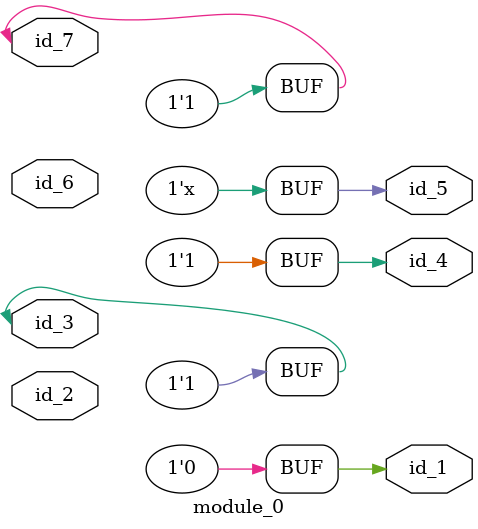
<source format=v>
module module_0 (
    id_1,
    id_2,
    id_3,
    id_4,
    id_5,
    id_6,
    id_7
);
  input id_7;
  inout id_6;
  output id_5;
  output id_4;
  inout id_3;
  inout id_2;
  output id_1;
  assign id_1 = !1;
  assign id_4 = id_3;
  supply1 id_7;
  assign id_5 = id_7[1];
  assign id_4 = 1;
endmodule

</source>
